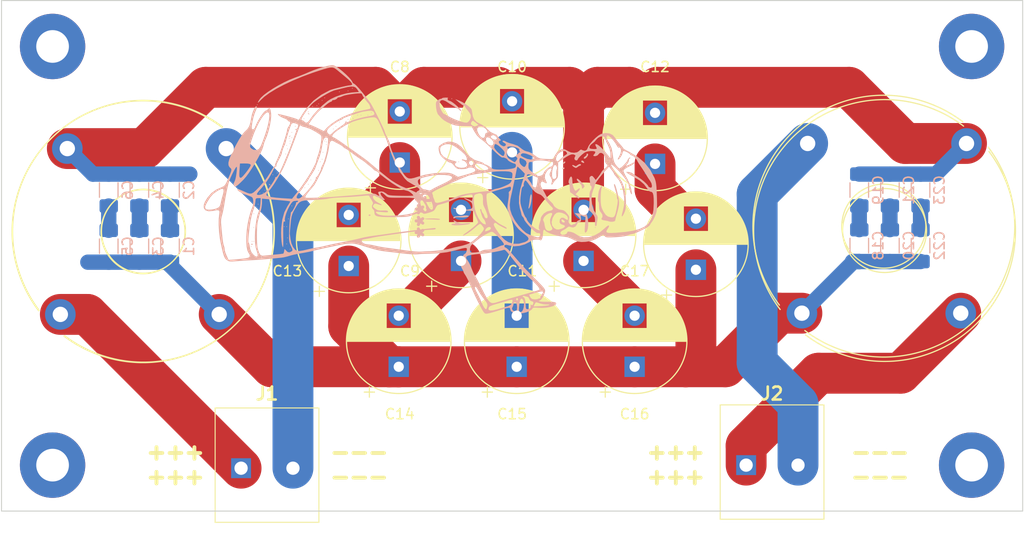
<source format=kicad_pcb>
(kicad_pcb (version 20221018) (generator pcbnew)
  (layers (0 "F.Cu" signal) (31 "B.Cu" signal) (34 "B.Paste" user) (35 "F.Paste" user) (36 "B.SilkS" user "B.Silkscreen") (37 "F.SilkS" user "F.Silkscreen") (38 "B.Mask" user) (39 "F.Mask" user) (44 "Edge.Cuts" user))
  (net 0 "")
  (net 1 "Net-(C1-Pad1)")
  (net 2 "Net-(C1-Pad2)")
  (net 3 "Net-(C10-Pad2)")
  (net 4 "Net-(C3-Pad2)")
  (net 5 "Net-(C5-Pad2)")
  (net 6 "Net-(C13-Pad2)")
  (net 7 "Net-(C14-Pad2)")
  (net 8 "Net-(C10-Pad1)")
  (net 9 "Net-(C11-Pad1)")
  (net 10 "Net-(C12-Pad1)")
  (net 11 "Net-(C18-Pad2)")
  (net 12 "Net-(C20-Pad2)")
  (net 13 "Net-(C22-Pad2)")
  (net 14 "Net-(J1-Pin_1)")
  (net 15 "Net-(J1-Pin_2)")
  (net 16 "Net-(J2-Pin_1)")
  (net 17 "Net-(J2-Pin_2)")
  (footprint "Capacitor_THT:CP_Radial_D10.0mm_P5.00mm" (layer "F.Cu") (at 154 50.367677 90)
    (fp_text reference "C10" (at 8.367677 0 180) (layer "F.SilkS"))
    (fp_text value "100u")
    (pad "1" thru_hole rect (at 0 0 90) (size 2 2) (drill 1) (layers "*.Cu" "*.Mask") (net 8 "Net-(C10-Pad1)"))
    (pad "2" thru_hole circle (at 5 0 90) (size 2 2) (drill 1) (layers "*.Cu" "*.Mask") (net 3 "Net-(C10-Pad2)"))
  )
  (footprint "Capacitor_THT:CP_Radial_D10.0mm_P5.00mm" (layer "F.Cu") (at 154.45 71.367677 90)
    (fp_text reference "C15" (at -4.632323 -0.45 180) (layer "F.SilkS"))
    (fp_text value "100u")
    (pad "1" thru_hole rect (at 0 0 90) (size 2 2) (drill 1) (layers "*.Cu" "*.Mask") (net 1 "Net-(C1-Pad1)"))
    (pad "2" thru_hole circle (at 5 0 90) (size 2 2) (drill 1) (layers "*.Cu" "*.Mask") (net 8 "Net-(C10-Pad1)"))
  )
  (footprint "L_Toroid_Horizontal_D25.4mm_P22.90mm:L_Toroid_Horizontal_25x22" (layer "F.Cu") (at 109.760478 66.239522 45)
    (fp_text reference "L1" hide)
    (fp_text value "L_Small")
    (pad "1" thru_hole circle (at 0 0 45) (size 3 3) (drill 1.5) (layers "*.Cu" "*.Mask") (net 14 "Net-(J1-Pin_1)"))
    (pad "2" thru_hole circle (at 11 11 45) (size 3 3) (drill 1.5) (layers "*.Cu" "*.Mask") (net 1 "Net-(C1-Pad1)"))
  )
  (footprint "Capacitor_THT:CP_Radial_D10.0mm_P5.00mm" (layer "F.Cu") (at 168 51.5 90)
    (fp_text reference "C12" (at 9.5 0 180) (layer "F.SilkS"))
    (fp_text value "100u")
    (pad "1" thru_hole rect (at 0 0 90) (size 2 2) (drill 1) (layers "*.Cu" "*.Mask") (net 10 "Net-(C12-Pad1)"))
    (pad "2" thru_hole circle (at 5 0 90) (size 2 2) (drill 1) (layers "*.Cu" "*.Mask") (net 3 "Net-(C10-Pad2)"))
  )
  (footprint "1711725:1711725" (layer "F.Cu") (at 176.92 81)
    (fp_text reference "J2" (at 2.54 -7) (layer "F.SilkS") (effects (font (size 1.27 1.27) (thickness 0.254))))
    (fp_text value "Conn_01x02_Socket" hide)
    (pad "1" thru_hole rect (at 0 0) (size 1.95 1.95) (drill 1.3) (layers "*.Cu" "*.Mask") (net 16 "Net-(J2-Pin_1)"))
    (pad "2" thru_hole circle (at 5.08 0) (size 1.95 1.95) (drill 1.3) (layers "*.Cu" "*.Mask") (net 17 "Net-(J2-Pin_2)"))
  )
  (footprint "L_Toroid_Horizontal_D25.4mm_P22.90mm:L_Toroid_Horizontal_25x22" (layer "F.Cu") (at 182.380239 66.119761 45)
    (fp_text reference "L3" hide)
    (fp_text value "L_Small")
    (pad "1" thru_hole circle (at 0 0 45) (size 3 3) (drill 1.5) (layers "*.Cu" "*.Mask") (net 1 "Net-(C1-Pad1)"))
    (pad "2" thru_hole circle (at 11 11 45) (size 3 3) (drill 1.5) (layers "*.Cu" "*.Mask") (net 16 "Net-(J2-Pin_1)"))
  )
  (footprint "MountingHole:MountingHole_3.2mm_M3_Pad" (layer "F.Cu") (at 109 40)
    (fp_text reference "H1" hide)
    (fp_text value "MountingHole")
    (pad "1" thru_hole circle (at 0 0) (size 6.4 6.4) (drill 3.2) (layers "*.Cu" "*.Mask"))
  )
  (footprint "MountingHole:MountingHole_3.2mm_M3_Pad" (layer "F.Cu") (at 199 81)
    (fp_text reference "H4" hide)
    (fp_text value "MountingHole")
    (pad "1" thru_hole circle (at 0 0) (size 6.4 6.4) (drill 3.2) (layers "*.Cu" "*.Mask"))
  )
  (footprint "Capacitor_THT:CP_Radial_D10.0mm_P5.00mm" (layer "F.Cu") (at 142.9 71.367677 90)
    (fp_text reference "C14" (at -4.632323 0.1 180) (layer "F.SilkS"))
    (fp_text value "100u")
    (pad "1" thru_hole rect (at 0 0 90) (size 2 2) (drill 1) (layers "*.Cu" "*.Mask") (net 1 "Net-(C1-Pad1)"))
    (pad "2" thru_hole circle (at 5 0 90) (size 2 2) (drill 1) (layers "*.Cu" "*.Mask") (net 7 "Net-(C14-Pad2)"))
  )
  (footprint "Capacitor_THT:CP_Radial_D10.0mm_P5.00mm" (layer "F.Cu") (at 172 61.867677 90)
    (fp_text reference "C17" (at -0.132323 -6 180) (layer "F.SilkS"))
    (fp_text value "100u")
    (pad "1" thru_hole rect (at 0 0 90) (size 2 2) (drill 1) (layers "*.Cu" "*.Mask") (net 1 "Net-(C1-Pad1)"))
    (pad "2" thru_hole circle (at 5 0 90) (size 2 2) (drill 1) (layers "*.Cu" "*.Mask") (net 10 "Net-(C12-Pad1)"))
  )
  (footprint "Capacitor_THT:CP_Radial_D10.0mm_P5.00mm" (layer "F.Cu") (at 138 61.5 90)
    (fp_text reference "C13" (at -0.5 -6 180) (layer "F.SilkS"))
    (fp_text value "100u")
    (pad "1" thru_hole rect (at 0 0 90) (size 2 2) (drill 1) (layers "*.Cu" "*.Mask") (net 1 "Net-(C1-Pad1)"))
    (pad "2" thru_hole circle (at 5 0 90) (size 2 2) (drill 1) (layers "*.Cu" "*.Mask") (net 6 "Net-(C13-Pad2)"))
  )
  (footprint "Capacitor_THT:CP_Radial_D10.0mm_P5.00mm" (layer "F.Cu") (at 143 51.367677 90)
    (fp_text reference "C8" (at 9.367677 0 180) (layer "F.SilkS"))
    (fp_text value "100u")
    (pad "1" thru_hole rect (at 0 0 90) (size 2 2) (drill 1) (layers "*.Cu" "*.Mask") (net 6 "Net-(C13-Pad2)"))
    (pad "2" thru_hole circle (at 5 0 90) (size 2 2) (drill 1) (layers "*.Cu" "*.Mask") (net 3 "Net-(C10-Pad2)"))
  )
  (footprint "Capacitor_THT:CP_Radial_D10.0mm_P5.00mm" (layer "F.Cu") (at 149 61 90)
    (fp_text reference "C9" (at -1 -5 180) (layer "F.SilkS"))
    (fp_text value "100u")
    (pad "1" thru_hole rect (at 0 0 90) (size 2 2) (drill 1) (layers "*.Cu" "*.Mask") (net 7 "Net-(C14-Pad2)"))
    (pad "2" thru_hole circle (at 5 0 90) (size 2 2) (drill 1) (layers "*.Cu" "*.Mask") (net 3 "Net-(C10-Pad2)"))
  )
  (footprint "L_Toroid_Horizontal_D25.4mm_P22.90mm:L_Toroid_Horizontal_25x22" (layer "F.Cu") (at 126 50 -135)
    (fp_text reference "L2" hide)
    (fp_text value "L_Small")
    (pad "1" thru_hole circle (at 0 0 225) (size 3 3) (drill 1.5) (layers "*.Cu" "*.Mask") (net 15 "Net-(J1-Pin_2)"))
    (pad "2" thru_hole circle (at 11 11 225) (size 3 3) (drill 1.5) (layers "*.Cu" "*.Mask") (net 3 "Net-(C10-Pad2)"))
  )
  (footprint "Capacitor_THT:CP_Radial_D10.0mm_P5.00mm" (layer "F.Cu") (at 166 71.367677 90)
    (fp_text reference "C16" (at -4.632323 0 180) (layer "F.SilkS"))
    (fp_text value "100u")
    (pad "1" thru_hole rect (at 0 0 90) (size 2 2) (drill 1) (layers "*.Cu" "*.Mask") (net 1 "Net-(C1-Pad1)"))
    (pad "2" thru_hole circle (at 5 0 90) (size 2 2) (drill 1) (layers "*.Cu" "*.Mask") (net 9 "Net-(C11-Pad1)"))
  )
  (footprint "1711725:1711725" (layer "F.Cu") (at 127.46 81.3)
    (fp_text reference "J1" (at 2.54 -7.3) (layer "F.SilkS") (effects (font (size 1.27 1.27) (thickness 0.254))))
    (fp_text value "Conn_01x02_Socket" hide)
    (pad "1" thru_hole rect (at 0 0) (size 1.95 1.95) (drill 1.3) (layers "*.Cu" "*.Mask") (net 14 "Net-(J1-Pin_1)"))
    (pad "2" thru_hole circle (at 5.08 0) (size 1.95 1.95) (drill 1.3) (layers "*.Cu" "*.Mask") (net 15 "Net-(J1-Pin_2)"))
  )
  (footprint "MountingHole:MountingHole_3.2mm_M3_Pad" (layer "F.Cu") (at 109 81)
    (fp_text reference "H3" hide)
    (fp_text value "MountingHole")
    (pad "1" thru_hole circle (at 0 0) (size 6.4 6.4) (drill 3.2) (layers "*.Cu" "*.Mask"))
  )
  (footprint "Capacitor_THT:CP_Radial_D10.0mm_P5.00mm" (layer "F.Cu") (at 161 61 90)
    (fp_text reference "C11" (at -1 -6 180) (layer "F.SilkS"))
    (fp_text value "100u")
    (pad "1" thru_hole rect (at 0 0 90) (size 2 2) (drill 1) (layers "*.Cu" "*.Mask") (net 9 "Net-(C11-Pad1)"))
    (pad "2" thru_hole circle (at 5 0 90) (size 2 2) (drill 1) (layers "*.Cu" "*.Mask") (net 3 "Net-(C10-Pad2)"))
  )
  (footprint "L_Toroid_Horizontal_D25.4mm_P22.90mm:L_Toroid_Horizontal_25x22" (layer "F.Cu") (at 198.5 49.5 -135)
    (fp_text reference "L4" hide)
    (fp_text value "L_Small")
    (pad "1" thru_hole circle (at 0 0 225) (size 3 3) (drill 1.5) (layers "*.Cu" "*.Mask") (net 3 "Net-(C10-Pad2)"))
    (pad "2" thru_hole circle (at 11 11 225) (size 3 3) (drill 1.5) (layers "*.Cu" "*.Mask") (net 17 "Net-(J2-Pin_2)"))
  )
  (footprint "MountingHole:MountingHole_3.2mm_M3_Pad" (layer "F.Cu") (at 199 40)
    (fp_text reference "H2" hide)
    (fp_text value "MountingHole")
    (pad "1" thru_hole circle (at 0 0) (size 6.4 6.4) (drill 3.2) (layers "*.Cu" "*.Mask"))
  )
  (footprint "Capacitor_SMD:C_1206_3216Metric_Pad1.33x1.80mm_HandSolder" (layer "B.Cu") (at 120.5 54.0625 90)
    (fp_text reference "C2" (at 0 1.85 90) (layer "B.SilkS") (effects (justify mirror)))
    (fp_text value "100n")
    (pad "1" smd roundrect (at -1.5625 0 90) (size 1.325 1.8) (layers "B.Cu" "B.Paste" "B.Mask") (roundrect_rratio 0.1886792453) (net 2 "Net-(C1-Pad2)"))
    (pad "2" smd roundrect (at 1.5625 0 90) (size 1.325 1.8) (layers "B.Cu" "B.Paste" "B.Mask") (roundrect_rratio 0.1886792453) (net 3 "Net-(C10-Pad2)"))
  )
  (footprint "Capacitor_SMD:C_1206_3216Metric_Pad1.33x1.80mm_HandSolder" (layer "B.Cu") (at 188 59.5 90)
    (fp_text reference "C18" (at 0 1.85 90) (layer "B.SilkS") (effects (justify mirror)))
    (fp_text value "100n")
    (pad "1" smd roundrect (at -1.5625 0 90) (size 1.325 1.8) (layers "B.Cu" "B.Paste" "B.Mask") (roundrect_rratio 0.1886792453) (net 1 "Net-(C1-Pad1)"))
    (pad "2" smd roundrect (at 1.5625 0 90) (size 1.325 1.8) (layers "B.Cu" "B.Paste" "B.Mask") (roundrect_rratio 0.1886792453) (net 11 "Net-(C18-Pad2)"))
  )
  (footprint "Capacitor_SMD:C_1206_3216Metric_Pad1.33x1.80mm_HandSolder" (layer "B.Cu") (at 117.5 59.5625 90)
    (fp_text reference "C3" (at 0 1.85 90) (layer "B.SilkS") (effects (justify mirror)))
    (fp_text value "100n")
    (pad "1" smd roundrect (at -1.5625 0 90) (size 1.325 1.8) (layers "B.Cu" "B.Paste" "B.Mask") (roundrect_rratio 0.1886792453) (net 1 "Net-(C1-Pad1)"))
    (pad "2" smd roundrect (at 1.5625 0 90) (size 1.325 1.8) (layers "B.Cu" "B.Paste" "B.Mask") (roundrect_rratio 0.1886792453) (net 4 "Net-(C3-Pad2)"))
  )
  (footprint "Capacitor_SMD:C_1206_3216Metric_Pad1.33x1.80mm_HandSolder" (layer "B.Cu") (at 120.5 59.5625 90)
    (fp_text reference "C1" (at 0 1.85 90) (layer "B.SilkS") (effects (justify mirror)))
    (fp_text value "100n")
    (pad "1" smd roundrect (at -1.5625 0 90) (size 1.325 1.8) (layers "B.Cu" "B.Paste" "B.Mask") (roundrect_rratio 0.1886792453) (net 1 "Net-(C1-Pad1)"))
    (pad "2" smd roundrect (at 1.5625 0 90) (size 1.325 1.8) (layers "B.Cu" "B.Paste" "B.Mask") (roundrect_rratio 0.1886792453) (net 2 "Net-(C1-Pad2)"))
  )
  (footprint "Capacitor_SMD:C_1206_3216Metric_Pad1.33x1.80mm_HandSolder" (layer "B.Cu") (at 117.5 54.0625 90)
    (fp_text reference "C4" (at 0 1.85 90) (layer "B.SilkS") (effects (justify mirror)))
    (fp_text value "100n")
    (pad "1" smd roundrect (at -1.5625 0 90) (size 1.325 1.8) (layers "B.Cu" "B.Paste" "B.Mask") (roundrect_rratio 0.1886792453) (net 4 "Net-(C3-Pad2)"))
    (pad "2" smd roundrect (at 1.5625 0 90) (size 1.325 1.8) (layers "B.Cu" "B.Paste" "B.Mask") (roundrect_rratio 0.1886792453) (net 3 "Net-(C10-Pad2)"))
  )
  (footprint "Capacitor_SMD:C_1206_3216Metric_Pad1.33x1.80mm_HandSolder" (layer "B.Cu") (at 191 54.0625 90)
    (fp_text reference "C21" (at 0 1.85 90) (layer "B.SilkS") (effects (justify mirror)))
    (fp_text value "100n")
    (pad "1" smd roundrect (at -1.5625 0 90) (size 1.325 1.8) (layers "B.Cu" "B.Paste" "B.Mask") (roundrect_rratio 0.1886792453) (net 12 "Net-(C20-Pad2)"))
    (pad "2" smd roundrect (at 1.5625 0 90) (size 1.325 1.8) (layers "B.Cu" "B.Paste" "B.Mask") (roundrect_rratio 0.1886792453) (net 3 "Net-(C10-Pad2)"))
  )
  (footprint "Capacitor_SMD:C_1206_3216Metric_Pad1.33x1.80mm_HandSolder" (layer "B.Cu") (at 194 54.0625 90)
    (fp_text reference "C23" (at 0 1.85 90) (layer "B.SilkS") (effects (justify mirror)))
    (fp_text value "100n")
    (pad "1" smd roundrect (at -1.5625 0 90) (size 1.325 1.8) (layers "B.Cu" "B.Paste" "B.Mask") (roundrect_rratio 0.1886792453) (net 13 "Net-(C22-Pad2)"))
    (pad "2" smd roundrect (at 1.5625 0 90) (size 1.325 1.8) (layers "B.Cu" "B.Paste" "B.Mask") (roundrect_rratio 0.1886792453) (net 3 "Net-(C10-Pad2)"))
  )
  (footprint "Capacitor_SMD:C_1206_3216Metric_Pad1.33x1.80mm_HandSolder" (layer "B.Cu") (at 194 59.5 90)
    (fp_text reference "C22" (at 0 1.85 90) (layer "B.SilkS") (effects (justify mirror)))
    (fp_text value "100n")
    (pad "1" smd roundrect (at -1.5625 0 90) (size 1.325 1.8) (layers "B.Cu" "B.Paste" "B.Mask") (roundrect_rratio 0.1886792453) (net 1 "Net-(C1-Pad1)"))
    (pad "2" smd roundrect (at 1.5625 0 90) (size 1.325 1.8) (layers "B.Cu" "B.Paste" "B.Mask") (roundrect_rratio 0.1886792453) (net 13 "Net-(C22-Pad2)"))
  )
  (footprint "boutfiltre:boutfiltre" (layer "B.Cu") (at 145.427999 56.333029 90)
    (fp_text reference "G***" (at 0 0 90) (layer "B.SilkS") (effects (font (size 1.5 1.5) (thickness 0.3)) (justify mirror)))
    (fp_text value "LOGO" hide)
  )
  (footprint "Capacitor_SMD:C_1206_3216Metric_Pad1.33x1.80mm_HandSolder" (layer "B.Cu") (at 188 54.0625 90)
    (fp_text reference "C19" (at 0 1.85 90) (layer "B.SilkS") (effects (justify mirror)))
    (fp_text value "100n")
    (pad "1" smd roundrect (at -1.5625 0 90) (size 1.325 1.8) (layers "B.Cu" "B.Paste" "B.Mask") (roundrect_rratio 0.1886792453) (net 11 "Net-(C18-Pad2)"))
    (pad "2" smd roundrect (at 1.5625 0 90) (size 1.325 1.8) (layers "B.Cu" "B.Paste" "B.Mask") (roundrect_rratio 0.1886792453) (net 3 "Net-(C10-Pad2)"))
  )
  (footprint "Capacitor_SMD:C_1206_3216Metric_Pad1.33x1.80mm_HandSolder" (layer "B.Cu") (at 114.5 59.5625 90)
    (fp_text reference "C5" (at 0 1.85 90) (layer "B.SilkS") (effects (justify mirror)))
    (fp_text value "100n")
    (pad "1" smd roundrect (at -1.5625 0 90) (size 1.325 1.8) (layers "B.Cu" "B.Paste" "B.Mask") (roundrect_rratio 0.1886792453) (net 1 "Net-(C1-Pad1)"))
    (pad "2" smd roundrect (at 1.5625 0 90) (size 1.325 1.8) (layers "B.Cu" "B.Paste" "B.Mask") (roundrect_rratio 0.1886792453) (net 5 "Net-(C5-Pad2)"))
  )
  (footprint "Capacitor_SMD:C_1206_3216Metric_Pad1.33x1.80mm_HandSolder" (layer "B.Cu") (at 114.5 54.0625 90)
    (fp_text reference "C6" (at 0 1.85 90) (layer "B.SilkS") (effects (justify mirror)))
    (fp_text value "100n")
    (pad "1" smd roundrect (at -1.5625 0 90) (size 1.325 1.8) (layers "B.Cu" "B.Paste" "B.Mask") (roundrect_rratio 0.1886792453) (net 5 "Net-(C5-Pad2)"))
    (pad "2" smd roundrect (at 1.5625 0 90) (size 1.325 1.8) (layers "B.Cu" "B.Paste" "B.Mask") (roundrect_rratio 0.1886792453) (net 3 "Net-(C10-Pad2)"))
  )
  (footprint "Capacitor_SMD:C_1206_3216Metric_Pad1.33x1.80mm_HandSolder" (layer "B.Cu") (at 191 59.5 90)
    (fp_text reference "C20" (at 0 1.85 90) (layer "B.SilkS") (effects (justify mirror)))
    (fp_text value "100n")
    (pad "1" smd roundrect (at -1.5625 0 90) (size 1.325 1.8) (layers "B.Cu" "B.Paste" "B.Mask") (roundrect_rratio 0.1886792453) (net 1 "Net-(C1-Pad1)"))
    (pad "2" smd roundrect (at 1.5625 0 90) (size 1.325 1.8) (layers "B.Cu" "B.Paste" "B.Mask") (roundrect_rratio 0.1886792453) (net 12 "Net-(C20-Pad2)"))
  )
  (gr_rect (start 104 35.5) (end 204 85.5) (stroke (width 0.1)) (fill none) (layer "Edge.Cuts"))
  (gr_text "---\n---" (at 187 83) (layer "F.SilkS") (effects (font (size 1.5 1.5) (thickness 0.375) bold) (justify left bottom)))
  (gr_text "+++\n+++" (at 118 83) (layer "F.SilkS") (effects (font (size 1.5 1.5) (thickness 0.375) bold) (justify left bottom)))
  (gr_text "+++\n+++" (at 167 83) (layer "F.SilkS") (effects (font (size 1.5 1.5) (thickness 0.375) bold) (justify left bottom)))
  (gr_text "---\n---" (at 136 83) (layer "F.SilkS") (effects (font (size 1.5 1.5) (thickness 0.375) bold) (justify left bottom)))
  (segment (start 130.444982 71.367677) (end 125.316827 66.239522) (width 4) (layer "F.Cu") (net 1))
  (segment (start 138 67.407374) (end 138 61.5) (width 4) (layer "F.Cu") (net 1))
  (segment (start 154.45 71.367677) (end 142.9 71.367677) (width 4) (layer "F.Cu") (net 1))
  (segment (start 180.128155 66.119761) (end 182.380239 66.119761) (width 4) (layer "F.Cu") (net 1))
  (segment (start 141.960303 71.367677) (end 138 67.407374) (width 4) (layer "F.Cu") (net 1))
  (segment (start 174.880239 71.367677) (end 180.128155 66.119761) (width 4) (layer "F.Cu") (net 1))
  (segment (start 142.9 71.367677) (end 141.960303 71.367677) (width 4) (layer "F.Cu") (net 1))
  (segment (start 166 71.367677) (end 154.45 71.367677) (width 4) (layer "F.Cu") (net 1))
  (segment (start 171 71.367677) (end 172 70.367677) (width 4) (layer "F.Cu") (net 1))
  (segment (start 171 71.367677) (end 174.880239 71.367677) (width 4) (layer "F.Cu") (net 1))
  (segment (start 172 70.367677) (end 172 61.867677) (width 4) (layer "F.Cu") (net 1))
  (segment (start 142.9 71.367677) (end 130.444982 71.367677) (width 4) (layer "F.Cu") (net 1))
  (segment (start 166 71.367677) (end 171 71.367677) (width 4) (layer "F.Cu") (net 1))
  (segment (start 120.5 61.125) (end 117.5 61.125) (width 1.5) (layer "B.Cu") (net 1))
  (segment (start 120.5 61.125) (end 120.5 61.422695) (width 1.5) (layer "B.Cu") (net 1))
  (segment (start 120.5 61.422695) (end 125.316827 66.239522) (width 1.5) (layer "B.Cu") (net 1))
  (segment (start 117.5 61.125) (end 114.5 61.125) (width 1.5) (layer "B.Cu") (net 1))
  (segment (start 188 61.0625) (end 187.3225 61.0625) (width 1.5) (layer "B.Cu") (net 1))
  (segment (start 188 61.0625) (end 191 61.0625) (width 1.5) (layer "B.Cu") (net 1))
  (segment (start 188 61.0625) (end 187.4375 61.0625) (width 1.5) (layer "B.Cu") (net 1))
  (segment (start 187.4375 61.0625) (end 182.380239 66.119761) (width 1.5) (layer "B.Cu") (net 1))
  (segment (start 114.5 61.125) (end 112.452305 61.125) (width 1.5) (layer "B.Cu") (net 1))
  (segment (start 194 61.0625) (end 191 61.0625) (width 1.5) (layer "B.Cu") (net 1))
  (segment (start 120.5 58) (end 120.5 55.625) (width 1.5) (layer "B.Cu") (net 2))
  (segment (start 124 44) (end 118 50) (width 4) (layer "F.Cu") (net 3))
  (segment (start 161 56) (end 161 45.367677) (width 4) (layer "F.Cu") (net 3))
  (segment (start 166.867677 45.367677) (end 168.235354 44) (width 4) (layer "F.Cu") (net 3))
  (segment (start 118 50) (end 110.443651 50) (width 4) (layer "F.Cu") (net 3))
  (segment (start 154 45.367677) (end 152.632323 44) (width 4) (layer "F.Cu") (net 3))
  (segment (start 140.632323 44) (end 124 44) (width 4) (layer "F.Cu") (net 3))
  (segment (start 155.367677 44) (end 159.632323 44) (width 4) (layer "F.Cu") (net 3))
  (segment (start 161 45.367677) (end 162.367677 44) (width 4) (layer "F.Cu") (net 3))
  (segment (start 152.632323 44) (end 145.367677 44) (width 4) (layer "F.Cu") (net 3))
  (segment (start 166.867677 45.367677) (end 168 46.5) (width 4) (layer "F.Cu") (net 3))
  (segment (start 154 45.367677) (end 155.367677 44) (width 4) (layer "F.Cu") (net 3))
  (segment (start 192.5 49.5) (end 198.5 49.5) (width 4) (layer "F.Cu") (net 3))
  (segment (start 149 56) (end 161 56) (width 4) (layer "F.Cu") (net 3))
  (segment (start 143 46.367677) (end 140.632323 44) (width 4) (layer "F.Cu") (net 3))
  (segment (start 168.235354 44) (end 187 44) (width 4) (layer "F.Cu") (net 3))
  (segment (start 162.367677 44) (end 165.5 44) (width 4) (layer "F.Cu") (net 3))
  (segment (start 159.632323 44) (end 161 45.367677) (width 4) (layer "F.Cu") (net 3))
  (segment (start 187 44) (end 192.5 49.5) (width 4) (layer "F.Cu") (net 3))
  (segment (start 145.367677 44) (end 143 46.367677) (width 4) (layer "F.Cu") (net 3))
  (segment (start 165.5 44) (end 166.867677 45.367677) (width 4) (layer "F.Cu") (net 3))
  (segment (start 114.5 52.5) (end 117.5 52.5) (width 1.5) (layer "B.Cu") (net 3))
  (segment (start 120.5 52.5) (end 122.443651 52.5) (width 1.5) (layer "B.Cu") (net 3))
  (segment (start 114.5 52.5) (end 112.943651 52.5) (width 1.5) (layer "B.Cu") (net 3))
  (segment (start 195.5 52.5) (end 198.5 49.5) (width 1.5) (layer "B.Cu") (net 3))
  (segment (start 194 52.5) (end 195.5 52.5) (width 1.5) (layer "B.Cu") (net 3))
  (segment (start 112.943651 52.5) (end 110.443651 50) (width 1.5) (layer "B.Cu") (net 3))
  (segment (start 194 52.5) (end 191 52.5) (width 1.5) (layer "B.Cu") (net 3))
  (segment (start 191 52.5) (end 188 52.5) (width 1.5) (layer "B.Cu") (net 3))
  (segment (start 117.5 52.5) (end 120.5 52.5) (width 1.5) (layer "B.Cu") (net 3))
  (segment (start 117.5 58) (end 117.5 55.625) (width 1.5) (layer "B.Cu") (net 4))
  (segment (start 114.5 58) (end 114.5 55.625) (width 1.5) (layer "B.Cu") (net 5))
  (segment (start 140 56.5) (end 143 53.5) (width 4) (layer "F.Cu") (net 6))
  (segment (start 143 53.5) (end 143 51.367677) (width 4) (layer "F.Cu") (net 6))
  (segment (start 138 56.5) (end 140 56.5) (width 4) (layer "F.Cu") (net 6))
  (segment (start 143.632323 66.367677) (end 149 61) (width 4) (layer "F.Cu") (net 7))
  (segment (start 142.9 66.367677) (end 143.632323 66.367677) (width 4) (layer "F.Cu") (net 7))
  (segment (start 154 65.917677) (end 154.45 66.367677) (width 4) (layer "B.Cu") (net 8))
  (segment (start 154 50.367677) (end 154 65.917677) (width 4) (layer "B.Cu") (net 8))
  (segment (start 166 66) (end 161 61) (width 4) (layer "F.Cu") (net 9))
  (segment (start 166 66.367677) (end 166 66) (width 4) (layer "F.Cu") (net 9))
  (segment (start 168 54) (end 168 51.5) (width 4) (layer "F.Cu") (net 10))
  (segment (start 172 56.867677) (end 170.867677 56.867677) (width 4) (layer "F.Cu") (net 10))
  (segment (start 170.867677 56.867677) (end 168 54) (width 4) (layer "F.Cu") (net 10))
  (segment (start 188 55.625) (end 188 57.9375) (width 1.5) (layer "B.Cu") (net 11))
  (segment (start 191 55.625) (end 191 57.9375) (width 1.5) (layer "B.Cu") (net 12))
  (segment (start 194 55.625) (end 194 57.9375) (width 1.5) (layer "B.Cu") (net 13))
  (segment (start 109.760478 66.239522) (end 112.399522 66.239522) (width 4) (layer "F.Cu") (net 14))
  (segment (start 112.399522 66.239522) (end 127.46 81.3) (width 4) (layer "F.Cu") (net 14))
  (segment (start 132.54 81.3) (end 132.54 56.54) (width 4) (layer "B.Cu") (net 15))
  (segment (start 132.54 56.54) (end 126 50) (width 4) (layer "B.Cu") (net 15))
  (segment (start 176.92 81) (end 176.92 79.08) (width 4) (layer "F.Cu") (net 16))
  (segment (start 192.056349 72) (end 197.936588 66.119761) (width 4) (layer "F.Cu") (net 16))
  (segment (start 176.92 79.08) (end 184 72) (width 4) (layer "F.Cu") (net 16))
  (segment (start 184 72) (end 192.056349 72) (width 4) (layer "F.Cu") (net 16))
  (segment (start 182 81) (end 182 75) (width 4) (layer "B.Cu") (net 17))
  (segment (start 178 54.443651) (end 182.943651 49.5) (width 4) (layer "B.Cu") (net 17))
  (segment (start 178 71) (end 178 54.443651) (width 4) (layer "B.Cu") (net 17))
  (segment (start 182 75) (end 178 71) (width 4) (layer "B.Cu") (net 17))
)
</source>
